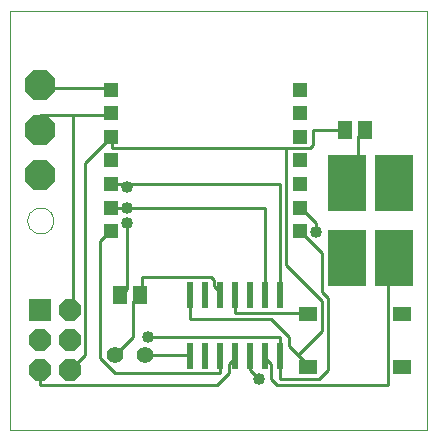
<source format=gtl>
G75*
G70*
%OFA0B0*%
%FSLAX24Y24*%
%IPPOS*%
%LPD*%
%AMOC8*
5,1,8,0,0,1.08239X$1,22.5*
%
%ADD10C,0.0000*%
%ADD11R,0.0240X0.0870*%
%ADD12R,0.0512X0.0591*%
%ADD13OC8,0.1000*%
%ADD14R,0.1299X0.1890*%
%ADD15R,0.0610X0.0512*%
%ADD16R,0.0500X0.0500*%
%ADD17R,0.0740X0.0740*%
%ADD18OC8,0.0740*%
%ADD19C,0.0551*%
%ADD20C,0.0100*%
%ADD21C,0.0400*%
D10*
X000550Y002141D02*
X000550Y016137D01*
X014420Y016137D01*
X014420Y002141D01*
X000550Y002141D01*
X001117Y009141D02*
X001119Y009182D01*
X001125Y009223D01*
X001135Y009263D01*
X001148Y009302D01*
X001165Y009339D01*
X001186Y009375D01*
X001210Y009409D01*
X001237Y009440D01*
X001266Y009468D01*
X001299Y009494D01*
X001333Y009516D01*
X001370Y009535D01*
X001408Y009550D01*
X001448Y009562D01*
X001488Y009570D01*
X001529Y009574D01*
X001571Y009574D01*
X001612Y009570D01*
X001652Y009562D01*
X001692Y009550D01*
X001730Y009535D01*
X001766Y009516D01*
X001801Y009494D01*
X001834Y009468D01*
X001863Y009440D01*
X001890Y009409D01*
X001914Y009375D01*
X001935Y009339D01*
X001952Y009302D01*
X001965Y009263D01*
X001975Y009223D01*
X001981Y009182D01*
X001983Y009141D01*
X001981Y009100D01*
X001975Y009059D01*
X001965Y009019D01*
X001952Y008980D01*
X001935Y008943D01*
X001914Y008907D01*
X001890Y008873D01*
X001863Y008842D01*
X001834Y008814D01*
X001801Y008788D01*
X001767Y008766D01*
X001730Y008747D01*
X001692Y008732D01*
X001652Y008720D01*
X001612Y008712D01*
X001571Y008708D01*
X001529Y008708D01*
X001488Y008712D01*
X001448Y008720D01*
X001408Y008732D01*
X001370Y008747D01*
X001334Y008766D01*
X001299Y008788D01*
X001266Y008814D01*
X001237Y008842D01*
X001210Y008873D01*
X001186Y008907D01*
X001165Y008943D01*
X001148Y008980D01*
X001135Y009019D01*
X001125Y009059D01*
X001119Y009100D01*
X001117Y009141D01*
D11*
X006550Y006666D03*
X007050Y006666D03*
X007550Y006666D03*
X008050Y006666D03*
X008550Y006666D03*
X009050Y006666D03*
X009550Y006666D03*
X009550Y004616D03*
X009050Y004616D03*
X008550Y004616D03*
X008050Y004616D03*
X007550Y004616D03*
X007050Y004616D03*
X006550Y004616D03*
D12*
X004885Y006641D03*
X004215Y006641D03*
X011715Y012141D03*
X012385Y012141D03*
D13*
X001550Y012141D03*
X001550Y010641D03*
X001550Y013641D03*
D14*
X011763Y010381D03*
X013337Y010381D03*
X013337Y007901D03*
X011763Y007901D03*
D15*
X010485Y006027D03*
X010485Y004255D03*
X013615Y004255D03*
X013615Y006027D03*
D16*
X010200Y008779D03*
X010200Y009566D03*
X010200Y010354D03*
X010200Y011141D03*
X010200Y011929D03*
X010200Y012716D03*
X010200Y013503D03*
X003900Y013503D03*
X003900Y012716D03*
X003900Y011929D03*
X003900Y011141D03*
X003900Y010354D03*
X003900Y009566D03*
X003900Y008779D03*
D17*
X001550Y006141D03*
D18*
X001550Y005141D03*
X001550Y004141D03*
X002550Y004141D03*
X002550Y005141D03*
X002550Y006141D03*
D19*
X004050Y004641D03*
X005050Y004641D03*
D20*
X006550Y004641D01*
X006550Y004616D01*
X007550Y004616D02*
X007550Y004041D01*
X004050Y004041D01*
X003550Y004541D01*
X003550Y008441D01*
X003850Y008741D01*
X003900Y008779D01*
X004450Y009041D02*
X004450Y006841D01*
X004250Y006641D01*
X004215Y006641D01*
X004650Y006441D02*
X004650Y005241D01*
X004050Y004641D01*
X003050Y004641D02*
X002550Y004141D01*
X003050Y004641D02*
X003050Y011041D01*
X003850Y011841D01*
X003900Y011929D01*
X003950Y011841D01*
X003950Y011541D01*
X009750Y011541D01*
X009750Y007641D01*
X010950Y006441D01*
X010950Y005441D01*
X010150Y004641D01*
X010450Y004341D01*
X010485Y004255D01*
X010150Y004641D02*
X009850Y004941D01*
X009850Y005241D01*
X009250Y005841D01*
X006550Y005841D01*
X006550Y006666D01*
X007250Y007241D02*
X004950Y007241D01*
X004950Y006641D01*
X004885Y006641D01*
X004850Y006641D01*
X004650Y006441D01*
X005150Y005241D02*
X009550Y005241D01*
X009550Y004616D01*
X009550Y003841D01*
X010850Y003841D01*
X011150Y004141D01*
X011150Y006541D01*
X010950Y006741D01*
X010950Y008041D01*
X010250Y008741D01*
X010200Y008779D01*
X010750Y008741D02*
X010750Y009041D01*
X010250Y009541D01*
X010200Y009566D01*
X009550Y010341D02*
X009550Y006666D01*
X009050Y006666D02*
X009050Y009541D01*
X004450Y009541D01*
X003950Y009541D01*
X003900Y009566D01*
X003950Y010341D02*
X003900Y010354D01*
X003950Y010341D02*
X004450Y010341D01*
X004450Y010241D01*
X004450Y010341D02*
X009550Y010341D01*
X009750Y011541D02*
X010550Y011541D01*
X010650Y011641D01*
X010650Y012141D01*
X011715Y012141D01*
X012150Y011941D02*
X012150Y010741D01*
X011850Y010441D01*
X011763Y010381D01*
X012150Y011941D02*
X012350Y012141D01*
X012385Y012141D01*
X013337Y007901D02*
X013250Y007841D01*
X013150Y007741D01*
X013150Y003641D01*
X009450Y003641D01*
X009250Y003841D01*
X009250Y004341D01*
X009050Y004541D01*
X009050Y004616D01*
X008550Y004616D02*
X008550Y004141D01*
X008850Y003841D01*
X008050Y004541D02*
X008050Y004616D01*
X008050Y004541D02*
X007850Y004341D01*
X007850Y004041D01*
X007450Y003641D01*
X001550Y003641D01*
X001550Y004141D01*
X002550Y006141D02*
X002650Y006241D01*
X002650Y012641D01*
X003850Y012641D01*
X003900Y012716D01*
X003950Y012741D01*
X003900Y013503D02*
X003850Y013541D01*
X001550Y013541D01*
X001550Y013641D01*
X001550Y012641D02*
X001550Y012141D01*
X001550Y012641D02*
X002650Y012641D01*
X003900Y011929D02*
X003950Y011941D01*
X007250Y007241D02*
X007350Y007141D01*
X007350Y006941D01*
X007550Y006741D01*
X007550Y006666D01*
X008050Y006666D02*
X008050Y006041D01*
X010450Y006041D01*
X010485Y006027D01*
D21*
X008850Y003841D03*
X005150Y005241D03*
X004450Y009041D03*
X004450Y009541D03*
X004450Y010241D03*
X010750Y008741D03*
M02*

</source>
